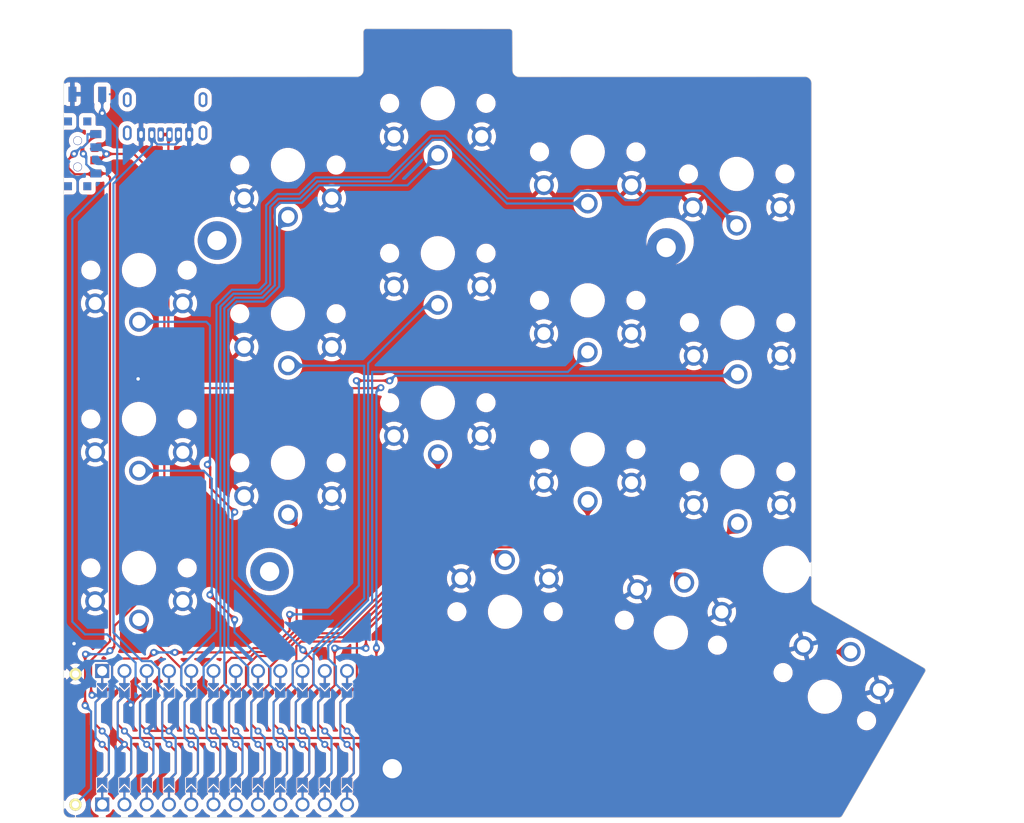
<source format=kicad_pcb>
(kicad_pcb (version 20241229) (generator "pcbnew") (generator_version "9.0")
  (title_block (title "K02") (date "2024-11-26") (rev "0.1") (comment 1 "Based on the Ferris Sweep 2 Half-Swept") (comment 2 "Redesigned by Lu Immich"))
  (layers (0 "F.Cu" signal) (2 "B.Cu" signal) (13 "F.Paste" user) (15 "B.Paste" user) (5 "F.SilkS" user "F.Silkscreen") (7 "B.SilkS" user "B.Silkscreen") (1 "F.Mask" user) (3 "B.Mask" user) (25 "Edge.Cuts" user))
  (net 0 "")
  (net 1 "gnd")
  (net 2 "vcc")
  (net 3 "Switch18")
  (net 4 "reset")
  (net 5 "Switch1")
  (net 6 "Switch2")
  (net 7 "Switch3")
  (net 8 "Switch4")
  (net 9 "Switch5")
  (net 10 "Switch6")
  (net 11 "Switch7")
  (net 12 "Switch8")
  (net 13 "Switch9")
  (net 14 "Switch10")
  (net 15 "Switch11")
  (net 16 "Switch12")
  (net 17 "Switch13")
  (net 18 "Switch14")
  (net 19 "Switch15")
  (net 20 "Switch16")
  (net 21 "Switch17")
  (net 22 "raw")
  (net 23 "BT+_r")
  (net 24 "Net-(SW_POWERR1-Pad1)")
  (footprint "Library:choc_v1_rev_inv_cfx" (layer "F.Cu") (at 31.1 46.08)
    (property "Reference" "SW1" (hide yes))
    (property "Value" "SW_Push" (hide yes))
  )
  (footprint "Library:choc_v1_rev_inv_cfx" (layer "F.Cu") (at 48.1 34.08)
    (property "Reference" "SW2" (hide yes))
    (property "Value" "SW_Push" (hide yes))
  )
  (footprint "Library:choc_v1_rev_inv_cfx" (layer "F.Cu") (at 65.2 27.034)
    (property "Reference" "SW3" (hide yes))
    (property "Value" "SW_Push" (hide yes))
  )
  (footprint "Library:choc_v1_rev_inv_cfx" (layer "F.Cu") (at 82.3 32.58)
    (property "Reference" "SW4" (hide yes))
    (property "Value" "SW_Push" (hide yes))
  )
  (footprint "Library:choc_v1_rev_inv_cfx" (layer "F.Cu") (at 99.3 35.1)
    (property "Reference" "SW5" (hide yes))
    (property "Value" "SW_Push" (hide yes))
  )
  (footprint "Library:choc_v1_rev_inv_cfx" (layer "F.Cu") (at 31.1 63.08)
    (property "Reference" "SW6" (hide yes))
    (property "Value" "SW_Push" (hide yes))
  )
  (footprint "Library:choc_v1_rev_inv_cfx" (layer "F.Cu") (at 48.1 51.054)
    (property "Reference" "SW7" (hide yes))
    (property "Value" "SW_Push" (hide yes))
  )
  (footprint "Library:choc_v1_rev_inv_cfx" (layer "F.Cu") (at 65.2 44.15)
    (property "Reference" "SW8" (hide yes))
    (property "Value" "SW_Push" (hide yes))
  )
  (footprint "Library:choc_v1_rev_inv_cfx" (layer "F.Cu") (at 82.3 49.53)
    (property "Reference" "SW9" (hide yes))
    (property "Value" "SW_Push" (hide yes))
  )
  (footprint "Library:choc_v1_rev_inv_cfx" (layer "F.Cu") (at 99.4 52.07)
    (property "Reference" "SW10" (hide yes))
    (property "Value" "SW_Push" (hide yes))
  )
  (footprint "Library:choc_v1_rev_inv_cfx" (layer "F.Cu") (at 31.1 80.08)
    (property "Reference" "SW11" (hide yes))
    (property "Value" "SW_Push" (hide yes))
  )
  (footprint "Library:choc_v1_rev_inv_cfx" (layer "F.Cu") (at 48.1 68.072)
    (property "Reference" "SW12" (hide yes))
    (property "Value" "SW_Push" (hide yes))
  )
  (footprint "Library:choc_v1_rev_inv_cfx" (layer "F.Cu") (at 65.2 61.214)
    (property "Reference" "SW13" (hide yes))
    (property "Value" "SW_Push" (hide yes))
  )
  (footprint "Library:choc_v1_rev_inv_cfx" (layer "F.Cu") (at 82.3 66.548)
    (property "Reference" "SW14" (hide yes))
    (property "Value" "SW_Push" (hide yes))
  )
  (footprint "Library:choc_v1_rev_inv_cfx" (layer "F.Cu") (at 99.4 69.1)
    (property "Reference" "SW15" (hide yes))
    (property "Value" "SW_Push" (hide yes))
  )
  (footprint "Library:choc_v1_rev_inv_cfx" (layer "F.Cu") (at 109.356 94.78 150)
    (property "Reference" "SW17" (hide yes))
    (property "Value" "SW_Push" (hide yes))
  )
  (footprint "Library:choc_v1_rev_inv_cfx" (layer "F.Cu") (at 91.787408 87.476495 165)
    (property "Reference" "SW16" (hide yes))
    (property "Value" "SW_Push" (hide yes))
  )
  (footprint "kbd:1pin_conn" (layer "F.Cu") (at 23.86 92.202511 90)
    (property "Reference" "B-" (hide yes))
    (property "Value" "MountingHole_Pad" (hide yes))
  )
  (footprint "Kailh:SPDT_C128955" (layer "F.Cu") (at 24.1 32.800001 90)
    (property "Reference" "POWER SW" (hide yes))
    (property "Value" "SW_SPDT")
  )
  (footprint "Library:choc_v1_rev_inv_cfx" (layer "F.Cu") (at 72.868227 85.083859 180)
    (property "Reference" "SW18" (hide yes))
    (property "Value" "SW_Push" (hide yes))
  )
  (footprint "* duckyb-collection:Tactile-Switch_SMT" (layer "F.Cu") (at 25.2 26)
    (property "Reference" "RSW2" (hide yes))
    (property "Value" "SW_Push")
  )
  (footprint "" (layer "F.Cu") (at 91.25 43.5)
    (property "Reference" "")
    (property "Value" "")
  )
  (footprint "clipboard:4e9d550f-c2a6-4572-bdce-c4b7c3a3c082" (layer "F.Cu") (at 58.698 92.396511 180)
    (property "Reference" "")
    (property "Value" "")
  )
  (footprint "* duckyb-collection:ProMicro_jumpers_facedown" (layer "F.Cu") (at 40.87 99.474511)
    (property "Reference" "U1" (hide yes))
    (property "Value" "ProMicro-kbd" (hide yes))
  )
  (footprint "clipboard:4e9d550f-c2a6-4572-bdce-c4b7c3a3c082" (layer "F.Cu") (at 60.798 92.396511 180)
    (property "Reference" "")
    (property "Value" "")
  )
  (footprint "Connector_USB:USB_C_Receptacle_HRO_TYPE-C-31-M-17" (layer "F.Cu") (at 34.079998 27.419999 180)
    (property "Reference" "REF**" (hide yes))
    (property "Value" "USB_C_Receptacle_HRO_TYPE-C-31-M-17" (hide yes))
  )
  (footprint "" (layer "F.Cu") (at 46 80.5)
    (property "Reference" "")
    (property "Value" "")
  )
  (footprint "" (layer "F.Cu") (at 60 103)
    (property "Reference" "")
    (property "Value" "")
  )
  (footprint "kbd:1pin_conn" (layer "F.Cu") (at 23.85 107.102511 90)
    (property "Reference" "B+" (hide yes))
    (property "Value" "MountingHole_Pad" (hide yes))
  )
  (footprint "" (layer "F.Cu") (at 40 42.7)
    (property "Reference" "")
    (property "Value" "")
  )
  (gr_arc (start 111.345813 108.357683) (mid 111.200827 108.511077) (end 111 108.576031) (stroke (width 0.05)) (layer "Edge.Cuts"))
  (gr_line (start 55.957168 24.0003) (end 23.247512 24.014913) (stroke (width 0.05)) (layer "Edge.Cuts"))
  (gr_line (start 22.497512 24.7649) (end 22.49 107.826031) (stroke (width 0.05)) (layer "Edge.Cuts"))
  (gr_line (start 57.062495 18.525413) (end 73.35 18.54) (stroke (width 0.05)) (layer "Edge.Cuts"))
  (gr_arc (start 73.35 18.54) (mid 73.602495 18.644587) (end 73.707082 18.897082) (stroke (width 0.05)) (layer "Edge.Cuts"))
  (gr_line (start 107.833732 24.7509) (end 107.833732 83.641679) (stroke (width 0.05)) (layer "Edge.Cuts"))
  (gr_line (start 111 108.576038) (end 23.239997 108.576031) (stroke (width 0.05)) (layer "Edge.Cuts"))
  (gr_line (start 108.153724 84.257035) (end 120.657084 91.488522) (stroke (width 0.05)) (layer "Edge.Cuts"))
  (gr_arc (start 108.153723 84.257035) (mid 107.918731 83.988457) (end 107.834468 83.641679) (stroke (width 0.05)) (layer "Edge.Cuts"))
  (gr_arc (start 74.474002 24.011975) (mid 73.943672 23.792305) (end 73.724002 23.261975) (stroke (width 0.05)) (layer "Edge.Cuts"))
  (gr_arc (start 56.705413 18.882495) (mid 56.81 18.63) (end 57.062495 18.525413) (stroke (width 0.05)) (layer "Edge.Cuts"))
  (gr_arc (start 23.239997 108.576031) (mid 22.709662 108.356361) (end 22.489997 107.826031) (stroke (width 0.05)) (layer "Edge.Cuts"))
  (gr_arc (start 107.083732 24.000865) (mid 107.614062 24.220535) (end 107.833732 24.750865) (stroke (width 0.05)) (layer "Edge.Cuts"))
  (gr_line (start 56.707168 23.2503) (end 56.705413 18.882495) (stroke (width 0.05)) (layer "Edge.Cuts"))
  (gr_arc (start 56.707168 23.2503) (mid 56.487498 23.78063) (end 55.957168 24.0003) (stroke (width 0.05)) (layer "Edge.Cuts"))
  (gr_line (start 120.819067 91.905969) (end 111.345813 108.357683) (stroke (width 0.05)) (layer "Edge.Cuts"))
  (gr_line (start 107.0837 24.000865) (end 74.474002 24.011974) (stroke (width 0.05)) (layer "Edge.Cuts"))
  (gr_arc (start 22.497512 24.764863) (mid 22.717182 24.234533) (end 23.247512 24.014863) (stroke (width 0.05)) (layer "Edge.Cuts"))
  (gr_line (start 73.724002 23.261975) (end 73.707082 18.893515) (stroke (width 0.05)) (layer "Edge.Cuts"))
  (gr_arc (start 120.66 91.49) (mid 120.819196 91.667569) (end 120.819067 91.906053) (stroke (width 0.05)) (layer "Edge.Cuts"))
  (segment (start 34.52 98.682511) (end 31.98 98.682511) (width 0.25) (layer "F.Cu") (net 1))
  (segment (start 31.2688 94.618511) (end 30.1512 95.736111) (width 0.25) (layer "F.Cu") (net 1))
  (segment (start 31.98 94.618511) (end 31.2688 94.618511) (width 0.25) (layer "F.Cu") (net 1))
  (via (at 31 58.5) (size 0.8) (drill 0.4) (layers "F.Cu" "B.Cu") (net 1))
  (via (at 30.1512 95.736111) (size 0.8) (drill 0.4) (layers "F.Cu" "B.Cu") (net 1))
  (via (at 23.69 88.726511) (size 0.8) (drill 0.4) (layers "F.Cu" "B.Cu") (net 1))
  (segment (start 28.024511 93.203022) (end 28.024511 91.234222) (width 0.25) (layer "B.Cu") (net 1))
  (segment (start 30.1512 95.329711) (end 29.44 94.618511) (width 0.25) (layer "B.Cu") (net 1))
  (segment (start 27.490289 90.7) (end 24.976511 90.7) (width 0.25) (layer "B.Cu") (net 1))
  (segment (start 28.024511 91.234222) (end 27.490289 90.7) (width 0.25) (layer "B.Cu") (net 1))
  (segment (start 29.44 94.618511) (end 28.024511 93.203022) (width 0.25) (layer "B.Cu") (net 1))
  (segment (start 30.1512 95.736111) (end 30.1512 95.329711) (width 0.25) (layer "B.Cu") (net 1))
  (segment (start 24.976511 90.7) (end 23.852 91.824511) (width 0.25) (layer "B.Cu") (net 1))
  (segment (start 32.559998 31.093369) (end 32.559998 30.6) (width 0.25) (layer "F.Cu") (net 2))
  (segment (start 35.6 30.6) (end 35.6 31.093369) (width 0.25) (layer "F.Cu") (net 2))
  (segment (start 28.189 87.46602) (end 28.56149 87.83851) (width 0.25) (layer "B.Cu") (net 2))
  (segment (start 35.274 31.726) (end 33.192629 31.726) (width 0.25) (layer "B.Cu") (net 2))
  (segment (start 28.56149 87.83851) (end 28.189 87.466021) (width 0.25) (layer "B.Cu") (net 2))
  (segment (start 28.189 36.200811) (end 28.189 87.46602) (width 0.25) (layer "B.Cu") (net 2))
  (segment (start 32.559998 31.829813) (end 28.189 36.200811) (width 0.25) (layer "B.Cu") (net 2))
  (segment (start 32.559998 30.6) (end 32.559998 31.829813) (width 0.25) (layer "B.Cu") (net 2))
  (segment (start 33.192629 31.726) (end 32.559998 31.093369) (width 0.25) (layer "B.Cu") (net 2))
  (segment (start 35.6 30.6) (end 35.6 31.4) (width 0.25) (layer "B.Cu") (net 2))
  (segment (start 33.395489 93.494) (end 33.395489 91.626511) (width 0.25) (layer "B.Cu") (net 2))
  (segment (start 32.559998 31.093369) (end 32.559998 30.6) (width 0.25) (layer "B.Cu") (net 2))
  (segment (start 32.489489 90.720511) (end 31.44349 90.720511) (width 0.25) (layer "B.Cu") (net 2))
  (segment (start 34.52 94.618511) (end 33.395489 93.494) (width 0.25) (layer "B.Cu") (net 2))
  (segment (start 35.6 31.4) (end 35.274 31.726) (width 0.25) (layer "B.Cu") (net 2))
  (segment (start 31.44349 90.720511) (end 28.56149 87.83851) (width 0.25) (layer "B.Cu") (net 2))
  (segment (start 33.395489 91.626511) (end 32.489489 90.720511) (width 0.25) (layer "B.Cu") (net 2))
  (segment (start 59.19 93.142511) (end 59.19 98.700511) (width 0.25) (layer "F.Cu") (net 3))
  (segment (start 34.452 30.727999) (end 34.58 30.599999) (width 0.25) (layer "F.Cu") (net 3))
  (segment (start 58.644 59.556) (end 34.456 59.556) (width 0.25) (layer "F.Cu") (net 3))
  (segment (start 58.390511 99.5) (end 30.257489 99.5) (width 0.25) (layer "F.Cu") (net 3))
  (segment (start 58.7 59.5) (end 58.644 59.556) (width 0.25) (layer "F.Cu") (net 3))
  (segment (start 66.822141 78.177859) (end 60.29 84.71) (width 0.25) (layer "F.Cu") (net 3))
  (segment (start 34.456 59.556) (end 34.452 59.552) (width 0.25) (layer "F.Cu") (net 3))
  (segment (start 58.19 92.142511) (end 59.19 93.142511) (width 0.25) (layer "F.Cu") (net 3))
  (segment (start 60.29 92.142511) (end 59.29 93.142511) (width 0.25) (layer "F.Cu") (net 3))
  (segment (start 58.19 89.226511) (end 58.19 91.126511) (width 0.25) (layer "F.Cu") (net 3))
  (segment (start 59.29 93.142511) (end 59.19 93.142511) (width 0.25) (layer "F.Cu") (net 3))
  (segment (start 34.58 30.599999) (end 33.579999 30.6) (width 0.25) (layer "F.Cu") (net 3))
  (segment (start 30.257489 99.5) (end 29.44 98.682511) (width 0.25) (layer "F.Cu") (net 3))
  (segment (start 72.868227 79.183859) (end 71.862227 78.177859) (width 0.25) (layer "F.Cu") (net 3))
  (segment (start 71.862227 78.177859) (end 66.822141 78.177859) (width 0.25) (layer "F.Cu") (net 3))
  (segment (start 34.452 59.552) (end 34.452 30.727999) (width 0.25) (layer "F.Cu") (net 3))
  (segment (start 60.29 84.71) (end 60.29 91.126511) (width 0.25) (layer "F.Cu") (net 3))
  (segment (start 59.19 98.700511) (end 58.390511 99.5) (width 0.25) (layer "F.Cu") (net 3))
  (via (at 58.19 89.226511) (size 0.8) (drill 0.4) (layers "F.Cu" "B.Cu") (net 3))
  (via (at 58.7 59.5) (size 0.8) (drill 0.4) (layers "F.Cu" "B.Cu") (net 3))
  (segment (start 58.19 60.01) (end 58.7 59.5) (width 0.25) (layer "B.Cu") (net 3))
  (segment (start 58.19 89.226511) (end 58.19 60.01) (width 0.25) (layer "B.Cu") (net 3))
  (segment (start 26.9 28.163051) (end 26.9 25.999999) (width 0.25) (layer "F.Cu") (net 4))
  (segment (start 26.900494 28.163545) (end 26.9 28.163051) (width 0.25) (layer "F.Cu") (net 4))
  (via (at 26.900494 28.163545) (size 0.8) (drill 0.4) (layers "F.Cu" "B.Cu") (net 4))
  (segment (start 28.607857 29.857857) (end 28.607857 35.144144) (width 0.25) (layer "B.Cu") (net 4))
  (segment (start 30.71 93.348511) (end 31.98 94.618511) (width 0.25) (layer "B.Cu") (net 4))
  (segment (start 26.913545 28.163545) (end 28.607857 29.857857) (width 0.25) (layer "B.Cu") (net 4))
  (segment (start 26.9 28.163051) (end 26.9 26) (width 0.25) (layer "B.Cu") (net 4))
  (segment (start 26.900494 28.163545) (end 26.913545 28.163545) (width 0.25) (layer "B.Cu") (net 4))
  (segment (start 27.4634 87.663511) (end 30.71 90.910111) (width 0.25) (layer "B.Cu") (net 4))
  (segment (start 24.936511 87.663511) (end 27.4634 87.663511) (width 0.25) (layer "B.Cu") (net 4))
  (segment (start 23.49 40.262001) (end 23.49 86.217) (width 0.25) (layer "B.Cu") (net 4))
  (segment (start 28.607857 35.144144) (end 23.49 40.262001) (width 0.25) (layer "B.Cu") (net 4))
  (segment (start 27.771753 26) (end 27.771752 25.999999) (width 0.25) (layer "B.Cu") (net 4))
  (segment (start 23.49 86.217) (end 24.936511 87.663511) (width 0.25) (layer "B.Cu") (net 4))
  (segment (start 26.900494 28.163545) (end 26.9 28.163051) (width 0.25) (layer "B.Cu") (net 4))
  (segment (start 30.71 90.910111) (end 30.71 93.348511) (width 0.25) (layer "B.Cu") (net 4))
  (segment (start 50.9792 91.046511) (end 50.9792 93.399311) (width 0.25) (layer "F.Cu") (net 5))
  (segment (start 50.9792 93.399311) (end 49.76 94.618511) (width 0.25) (layer "F.Cu") (net 5))
  (segment (start 50.9792 90.625711) (end 49.8 89.446511) (width 0.25) (layer "F.Cu") (net 5))
  (segment (start 39.222 70.897) (end 42.025 73.7) (width 0.25) (layer "F.Cu") (net 5))
  (segment (start 50.9792 91.046511) (end 50.9792 90.625711) (width 0.25) (layer "F.Cu") (net 5))
  (segment (start 39.222 68.597) (end 39.222 70.897) (width 0.25) (layer "F.Cu") (net 5))
  (segment (start 38.9 68.275) (end 39.222 68.597) (width 0.25) (layer "F.Cu") (net 5))
  (via (at 38.9 68.275) (size 0.8) (drill 0.4) (layers "F.Cu" "B.Cu") (net 5))
  (via (at 49.8 89.446511) (size 0.8) (drill 0.4) (layers "F.Cu" "B.Cu") (net 5))
  (via (at 42.025 73.7) (size 0.8) (drill 0.4) (layers "F.Cu" "B.Cu") (net 5))
  (segment (start 41.751 81.314231) (end 41.751 73.974) (width 0.25) (layer "B.Cu") (net 5))
  (segment (start 49.8 89.363231) (end 41.751 81.314231) (width 0.25) (layer "B.Cu") (net 5))
  (segment (start 38.78 51.98) (end 31.1 51.98) (width 0.25) (layer "B.Cu") (net 5))
  (segment (start 39.178 68.275) (end 39.2 68.253) (width 0.25) (layer "B.Cu") (net 5))
  (segment (start 39.2 52.4) (end 38.78 51.98) (width 0.25) (layer "B.Cu") (net 5))
  (segment (start 38.9 68.275) (end 39.178 68.275) (width 0.25) (layer "B.Cu") (net 5))
  (segment (start 41.751 73.974) (end 42.025 73.7) (width 0.25) (layer "B.Cu") (net 5))
  (segment (start 39.2 68.253) (end 39.2 52.4) (width 0.25) (layer "B.Cu") (net 5))
  (segment (start 49.8 89.446511) (end 49.8 89.363231) (width 0.25) (layer "B.Cu") (net 5))
  (segment (start 41.29 50.6289) (end 41.29 89.145711) (width 0.25) (layer "B.Cu") (net 6))
  (segment (start 48.1 39.98) (end 47.1 40.98) (width 0.25) (layer "B.Cu") (net 6))
  (segment (start 43.555489 92.314405) (end 43.555489 93.494) (width 0.25) (layer "B.Cu") (net 6))
  (segment (start 47.1 47.951366) (end 45.375683 49.675683) (width 0.25) (layer "B.Cu") (net 6))
  (segment (start 45.375683 49.675683) (end 42.243217 49.675683) (width 0.25) (layer "B.Cu") (net 6))
  (segment (start 41.29 89.145711) (end 43.554 91.409711) (width 0.25) (layer "B.Cu") (net 6))
  (segment (start 43.555489 93.494) (end 44.68 94.618511) (width 0.25) (layer "B.Cu") (net 6))
  (segment (start 43.554 91.409711) (end 43.554 92.312916) (width 0.25) (layer "B.Cu") (net 6))
  (segment (start 47.1 40.98) (end 47.1 47.951366) (width 0.25) (layer "B.Cu") (net 6))
  (segment (start 43.554 92.312916) (end 43.555489 92.314405) (width 0.25) (layer "B.Cu") (net 6))
  (segment (start 42.243217 49.675683) (end 41.29 50.6289) (width 0.25) (layer "B.Cu") (net 6))
  (segment (start 40.839 93.317511) (end 40.839 50.44209) (width 0.25) (layer "B.Cu") (net 7))
  (segment (start 40.839 50.44209) (end 42.056407 49.224683) (width 0.25) (layer "B.Cu") (net 7))
  (segment (start 42.14 94.618511) (end 40.839 93.317511) (width 0.25) (layer "B.Cu") (net 7))
  (segment (start 46.6 38.96219) (end 47.16219 38.4) (width 0.25) (layer "B.Cu") (net 7))
  (segment (start 42.056407 49.224683) (end 45.188873 49.224683) (width 0.25) (layer "B.Cu") (net 7))
  (segment (start 61.734 36.4) (end 65.2 32.934) (width 0.25) (layer "B.Cu") (net 7))
  (segment (start 46.6 47.813556) (end 46.6 38.96219) (width 0.25) (layer "B.Cu") (net 7))
  (segment (start 51.659745 36.4) (end 61.734 36.4) (width 0.25) (layer "B.Cu") (net 7))
  (segment (start 49.659745 38.4) (end 51.659745 36.4) (width 0.25) (layer "B.Cu") (net 7))
  (segment (start 45.188873 49.224683) (end 46.6 47.813556) (width 0.25) (layer "B.Cu") (net 7))
  (segment (start 47.16219 38.4) (end 49.659745 38.4) (width 0.25) (layer "B.Cu") (net 7))
  (segment (start 51.451 35.949) (end 59.851 35.949) (width 0.25) (layer "B.Cu") (net 8))
  (segment (start 38.474 92.312916) (end 38.474 91.380106) (width 0.25) (layer "B.Cu") (net 8))
  (segment (start 38.475489 93.494) (end 38.475489 92.314405) (width 0.25) (layer "B.Cu") (net 8))
  (segment (start 65.8 31.2) (end 73.08 38.48) (width 0.25) (layer "B.Cu") (net 8))
  (segment (start 40.388 89.466106) (end 40.388 50.25528) (width 0.25) (layer "B.Cu") (net 8))
  (segment (start 64.6 31.2) (end 65.8 31.2) (width 0.25) (layer "B.Cu") (net 8))
  (segment (start 49.472935 37.927065) (end 51.451 35.949) (width 0.25) (layer "B.Cu") (net 8))
  (segment (start 46.06219 47.713556) (end 46.06219 38.86219) (width 0.25) (layer "B.Cu") (net 8))
  (segment (start 46.06219 38.86219) (end 46.997315 37.927065) (width 0.25) (layer "B.Cu") (net 8))
  (segment (start 59.851 35.949) (end 64.6 31.2) (width 0.25) (layer "B.Cu") (net 8))
  (segment (start 40.388 50.25528) (end 41.869597 48.773683) (width 0.25) (layer "B.Cu") (net 8))
  (segment (start 45.002063 48.773683) (end 46.06219 47.713556) (width 0.25) (layer "B.Cu") (net 8))
  (segment (start 46.997315 37.927065) (end 49.472935 37.927065) (width 0.25) (layer "B.Cu") (net 8))
  (segment (start 38.474 91.380106) (end 40.388 89.466106) (width 0.25) (layer "B.Cu") (net 8))
  (segment (start 39.6 94.618511) (end 38.475489 93.494) (width 0.25) (layer "B.Cu") (net 8))
  (segment (start 41.869597 48.773683) (end 45.002063 48.773683) (width 0.25) (layer "B.Cu") (net 8))
  (segment (start 38.475489 92.314405) (end 38.474 92.312916) (width 0.25) (layer "B.Cu") (net 8))
  (segment (start 73.08 38.48) (end 82.3 38.48) (width 0.25) (layer "B.Cu") (net 8))
  (segment (start 46.88657 37.4) (end 49.36219 37.4) (width 0.25) (layer "B.Cu") (net 9))
  (segment (start 39.937 50.06847) (end 41.682787 48.322683) (width 0.25) (layer "B.Cu") (net 9))
  (segment (start 39.858256 87.358256) (end 35.935489 91.281022) (width 0.25) (layer "B.Cu") (net 9))
  (segment (start 45.61119 47.526746) (end 45.61119 38.67538) (width 0.25) (layer "B.Cu") (net 9))
  (segment (start 51.26419 35.498) (end 59.66419 35.498) (width 0.25) (layer "B.Cu") (net 9))
  (segment (start 64.41319 30.749) (end 65.98681 30.749) (width 0.25) (layer "B.Cu") (net 9))
  (segment (start 35.935489 91.358722) (end 35.935489 93.494) (width 0.25) (layer "B.Cu") (net 9))
  (segment (start 35.935489 93.494) (end 37.06 94.618511) (width 0.25) (layer "B.Cu") (net 9))
  (segment (start 85.523 37.023) (end 86.6 38.1) (width 0.25) (layer "B.Cu") (net 9))
  (segment (start 45.61119 38.67538) (end 46.88657 37.4) (width 0.25) (layer "B.Cu") (net 9))
  (segment (start 59.66419 35.498) (end 64.41319 30.749) (width 0.25) (layer "B.Cu") (net 9))
  (segment (start 86.6 38.1) (end 88 38.1) (width 0.25) (layer "B.Cu") (net 9))
  (segment (start 95.3 37) (end 99.3 41) (width 0.25) (layer "B.Cu") (net 9))
  (segment (start 81.477 37.023) (end 85.523 37.023) (width 0.25) (layer "B.Cu") (net 9))
  (segment (start 39.937 87.279512) (end 39.937 50.06847) (width 0.25) (layer "B.Cu") (net 9))
  (segment (start 73.118905 37.881095) (end 80.618905 37.881095) (width 0.25) (layer "B.Cu") (net 9))
  (segment (start 80.618905 37.881095) (end 81.477 37.023) (width 0.25) (layer "B.Cu") (net 9))
  (segment (start 49.36219 37.4) (end 51.26419 35.498) (width 0.25) (layer "B.Cu") (net 9))
  (segment (start 44.815253 48.322683) (end 45.61119 47.526746) (width 0.25) (layer "B.Cu") (net 9))
  (segment (start 89.1 37) (end 95.3 37) (width 0.25) (layer "B.Cu") (net 9))
  (segment (start 35.9424 91.351811) (end 35.935489 91.358722) (width 0.25) (layer "B.Cu") (net 9))
  (segment (start 35.935489 91.281022) (end 35.935489 93.494) (width 0.25) (layer "B.Cu") (net 9))
  (segment (start 39.937 87.279511) (end 39.858256 87.358256) (width 0.25) (layer "B.Cu") (net 9))
  (segment (start 39.858256 87.358256) (end 39.937 87.279512) (width 0.25) (layer "B.Cu") (net 9))
  (segment (start 88 38.1) (end 89.1 37) (width 0.25) (layer "B.Cu") (net 9))
  (segment (start 41.682787 48.322683) (end 44.815253 48.322683) (width 0.25) (layer "B.Cu") (net 9))
  (segment (start 65.98681 30.749) (end 73.118905 37.881095) (width 0.25) (layer "B.Cu") (net 9))
  (segment (start 42.015 85.98) (end 39.19 83.155) (width 0.25) (layer "F.Cu") (net 10))
  (via (at 39.19 83.155) (size 0.8) (drill 0.4) (layers "F.Cu" "B.Cu") (net 10))
  (via (at 42.015 85.98) (size 0.8) (drill 0.4) (layers "F.Cu" "B.Cu") (net 10))
  (segment (start 39.19 83.155) (end 39.4 82.945) (width 0.25) (layer "B.Cu") (net 10))
  (segment (start 41.99549 85.98) (end 41.99 85.98) (width 0.25) (layer "B.Cu") (net 10))
  (segment (start 41.99549 87.426511) (end 41.99549 85.99951) (width 0.25) (layer "B.Cu") (net 10))
  (segment (start 47.22 94.618511) (end 46.095489 93.494) (width 0.25) (layer "B.Cu") (net 10))
  (segment (start 39.4 82.945) (end 39.4 69.9) (width 0.25) (layer "B.Cu") (net 10))
  (segment (start 39.4 69.9) (end 38.48 68.98) (width 0.25) (layer "B.Cu") (net 10))
  (segment (start 38.48 68.98) (end 31.1 68.98) (width 0.25) (layer "B.Cu") (net 10))
  (segment (start 46.095489 91.526511) (end 41.99549 87.426511) (width 0.25) (layer "B.Cu") (net 10))
  (segment (start 41.99549 85.99951) (end 42.015 85.98) (width 0.25) (layer "B.Cu") (net 10))
  (segment (start 46.095489 93.494) (end 46.095489 91.526511) (width 0.25) (layer "B.Cu") (net 10))
  (segment (start 48.635489 92.314405) (end 48.635489 93.494) (width 0.25) (layer "B.Cu") (net 11))
  (segment (start 48.634 91.082511) (end 48.634 92.312916) (width 0.25) (layer "B.Cu") (net 11))
  (segment (start 48.634 92.312916) (end 48.635489 92.314405) (width 0.25) (layer "B.Cu") (net 11))
  (segment (start 48.996 90.720511) (end 48.634 91.082511) (width 0.25) (layer "B.Cu") (net 11))
  (segment (start 49.64366 90.720511) (end 48.996 90.720511) (width 0.25) (layer "B.Cu") (net 11))
  (segment (start 56.791735 83.572436) (end 49.64366 90.720511) (width 0.25) (layer "B.Cu") (net 11))
  (segment (start 48.1 56.954) (end 48.146 57) (width 0.25) (layer "B.Cu") (net 11))
  (segment (start 48.146 57) (end 56.791735 57) (width 0.25) (layer "B.Cu") (net 11))
  (segment (start 48.635489 93.494) (end 49.76 94.618511) (width 0.25) (layer "B.Cu") (net 11))
  (segment (start 56.791735 57) (end 56.791735 83.572436) (width 0.25) (layer "B.Cu") (net 11))
  (segment (start 52.3 94.618511) (end 51.03 93.348511) (width 0.25) (layer "B.Cu") (net 12))
  (segment (start 63.914488 50.05) (end 65.2 50.05) (width 0.25) (layer "B.Cu") (net 12))
  (segment (start 51.03 93.348511) (end 51.03 89.971981) (width 0.25) (layer "B.Cu") (net 12))
  (segment (start 57.242735 83.759246) (end 57.242735 56.721753) (width 0.25) (layer "B.Cu") (net 12))
  (segment (start 51.03 89.971981) (end 57.242735 83.759246) (width 0.25) (layer "B.Cu") (net 12))
  (segment (start 57.242735 56.721753) (end 63.914488 50.05) (width 0.25) (layer "B.Cu") (net 12))
  (segment (start 82.3 55.43) (end 80.03 57.7) (width 0.25) (layer "B.Cu") (net 13))
  (segment (start 57.7 83.939791) (end 52.69 88.949791) (width 0.25) (layer "B.Cu") (net 13))
  (segment (start 52.69 88.949791) (end 52.69 90.436511) (width 0.25) (layer "B.Cu") (net 13))
  (segment (start 53.57 91.316511) (end 53.57 93.348511) (width 0.25) (layer "B.Cu") (net 13))
  (segment (start 57.7 57.7) (end 57.7 83.939791) (width 0.25) (layer "B.Cu") (net 13))
  (segment (start 80.03 57.7) (end 57.7 57.7) (width 0.25) (layer "B.Cu") (net 13))
  (segment (start 52.69 90.436511) (end 53.57 91.316511) (width 0.25) (layer "B.Cu") (net 13))
  (segment (start 53.57 93.348511) (end 54.84 94.618511) (width 0.25) (layer "B.Cu") (net 13))
  (segment (start 35.19 89.726511) (end 43.67358 89.726511) (width 0.25) (layer "F.Cu") (net 14))
  (segment (start 28.024511 93.494) (end 26.9 94.618511) (width 0.25) (layer "F.Cu") (net 14))
  (segment (start 28.69 90.426511) (end 32.09 90.426511) (width 0.25) (layer "F.Cu") (net 14))
  (segment (start 55.9 58.7) (end 59.7 58.7) (width 0.25) (layer "F.Cu") (net 14))
  (segment (start 28.024511 91.092) (end 28.024511 93.494) (width 0.25) (layer "F.Cu") (net 14))
  (segment (start 32.09 90.426511) (end 32.79 89.726511) (width 0.25) (layer "F.Cu") (net 14))
  (segment (start 44.1647 89.235391) (end 46.28196 89.235391) (width 0.25) (layer "F.Cu") (net 14))
  (segment (start 28.69 90.426511) (end 28.024511 91.092) (width 0.25) (layer "F.Cu") (net 14))
  (segment (start 43.67358 89.726511) (end 44.1647 89.235391) (width 0.25) (layer "F.Cu") (net 14))
  (segment (start 48.29 87.227351) (end 48.29 85.38) (width 0.25) (layer "F.Cu") (net 14))
  (segment (start 46.28196 89.235391) (end 48.29 87.227351) (width 0.25) (layer "F.Cu") (net 14))
  (via (at 35.19 89.726511) (size 0.8) (drill 0.4) (layers "F.Cu" "B.Cu") (net 14))
  (via (at 59.7 58.725) (size 0.8) (drill 0.4) (layers "F.Cu" "B.Cu") (net 14))
  (via (at 32.79 89.726511) (size 0.8) (drill 0.4) (layers "F.Cu" "B.Cu") (net 14))
  (via (at 48.29 85.38) (size 0.8) (drill 0.4) (layers "F.Cu" "B.Cu") (net 14))
  (via (at 55.9 58.7) (size 0.8) (drill 0.4) (layers "F.Cu" "B.Cu") (net 14))
  (segment (start 60.274 58.151) (end 99.219 58.151) (width 0.25) (layer "B.Cu") (net 14))
  (segment (start 48.29 85.38) (end 52.89985 85.38) (width 0.25) (layer "B.Cu") (net 14))
  (segment (start 35.19 89.726511) (end 32.79 89.726511) (width 0.25) (layer "B.Cu") (net 14))
  (segment (start 56.19 82.08985) (end 56.19 58.99) (width 0.25) (layer "B.Cu") (net 14))
  (segment (start 56.2 59) (end 55.9 58.7) (width 0.25) (layer "B.Cu") (net 14))
  (segment (start 99.219 58.151) (end 99.4 57.97) (width 0.25) (layer "B.Cu") (net 14))
  (segment (start 52.89985 85.38) (end 56.19 82.08985) (width 0.25) (layer "B.Cu") (net 14))
  (segment (start 56.19 58.99) (end 55.9 58.7) (width 0.25) (layer "B.Cu") (net 14))
  (segment (start 59.7 58.725) (end 60.274 58.151) (width 0.25) (layer "B.Cu") (net 14))
  (segment (start 35.934 91.551036) (end 35.934 93.514511) (width 0.25) (layer "F.Cu") (net 15))
  (segment (start 31.09 86.86) (end 31.115262 86.885262) (width 0.25) (layer "F.Cu") (net 15))
  (segment (start 31.1 86.717036) (end 32.841482 88.458518) (width 0.25) (layer "F.Cu") (net 15))
  (segment (start 32.714737 88.331774) (end 32.841482 88.458518) (width 0.25) (layer "F.Cu") (net 15))
  (segment (start 31.1 85.98) (end 31.1 86.717036) (width 0.25) (layer "F.Cu") (net 15))
  (segment (start 35.934 93.514511) (end 37.06 94.640511) (width 0.25) (layer "F.Cu") (net 15))
  (segment (start 32.841482 88.458518) (end 35.934 91.551036) (width 0.25) (layer "F.Cu") (net 15))
  (segment (start 41.015489 90.967822) (end 41.632 90.351311) (width 0.25) (layer "F.Cu") (net 16))
  (segment (start 49.09 74.962) (end 48.1 73.972) (width 0.25) (layer "F.Cu") (net 16))
  (segment (start 48.62758 87.52758) (end 49.09 87.06516) (width 0.25) (layer "F.Cu") (net 16))
  (segment (start 44.35151 89.686391) (end 46.46877 89.686391) (width 0.25) (layer "F.Cu") (net 16))
  (segment (start 46.46877 89.686391) (end 48.62758 87.52758) (width 0.25) (layer "F.Cu") (net 16))
  (segment (start 39.6 94.618511) (end 41.015489 93.203022) (width 0.25) (layer "F.Cu") (net 16))
  (segment (start 41.015489 93.203022) (end 41.015489 90.967822) (width 0.25) (layer "F.Cu") (net 16))
  (segment (start 41.632 90.351311) (end 43.68659 90.351311) (width 0.25) (layer "F.Cu") (net 16))
  (segment (start 43.68659 90.351311) (end 44.35151 89.686391) (width 0.25) (layer "F.Cu") (net 16))
  (segment (start 49.09 87.06516) (end 49.09 74.962) (width 0.25) (layer "F.Cu") (net 16))
  (segment (start 49.248457 87.544513) (end 49.248457 87.544515) (width 0.25) (layer "F.Cu") (net 17))
  (segment (start 46.65558 90.137391) (end 44.53832 90.137391) (width 0.25) (layer "F.Cu") (net 17))
  (segment (start 44.53832 90.137391) (end 43.3084 91.367311) (width 0.25) (layer "F.Cu") (net 17))
  (segment (start 54.179867 87.544513) (end 49.248457 87.544513) (width 0.25) (layer "F.Cu") (net 17))
  (segment (start 49.248457 87.544515) (end 46.65558 90.137391) (width 0.25) (layer "F.Cu") (net 17))
  (segment (start 43.3084 93.450111) (end 42.14 94.618511) (width 0.25) (layer "F.Cu") (net 17))
  (segment (start 43.3084 91.367311) (end 43.3084 93.450111) (width 0.25) (layer "F.Cu") (net 17))
  (segment (start 65.2 76.52438) (end 54.179867 87.544513) (width 0.25) (layer "F.Cu") (net 17))
  (segment (start 65.2 67.114) (end 65.2 76.52438) (width 0.25) (layer "F.Cu") (net 17))
  (segment (start 82.3 72.448) (end 82.3 75.1) (width 0.25) (layer "F.Cu") (net 18))
  (segment (start 45.95 93.348511) (end 44.68 94.618511) (width 0.25) (layer "F.Cu") (net 18))
  (segment (start 49.16539 88.26539) (end 45.95 91.480781) (width 0.25) (layer "F.Cu") (net 18))
  (segment (start 65.988331 76.373859) (end 54.366677 87.995513) (width 0.25) (layer "F.Cu") (net 18))
  (segment (start 49.43527 87.995511) (end 49.16539 88.26539) (width 0.25) (layer "F.Cu") (net 18))
  (segment (start 49.435267 87.995513) (end 49.16539 88.26539) (width 0.25) (layer "F.Cu") (net 18))
  (segment (start 45.95 91.480781) (end 45.95 93.348511) (width 0.25) (layer "F.Cu") (net 18))
  (segment (start 81.026141 76.373859) (end 65.988331 76.373859) (width 0.25) (layer "F.Cu") (net 18))
  (segment (start 54.366677 87.995513) (end 49.435267 87.995513) (width 0.25) (layer "F.Cu") (net 18))
  (segment (start 82.3 75.1) (end 81.026141 76.373859) (width 0.25) (layer "F.Cu") (net 18))
  (segment (start 49.0488 90.699161) (end 48.635489 91.112472) (width 0.25) (layer "F.Cu") (net 19))
  (segment (start 66.175141 76.824859) (end 54.515705 88.484295) (width 0.25) (layer "F.Cu") (net 19))
  (segment (start 48.635489 91.112472) (end 48.635489 93.203022) (width 0.25) (layer "F.Cu") (net 19))
  (segment (start 49.0488 89.019791) (end 49.0488 90.699161) (width 0.25) (layer "F.Cu") (net 19))
  (segment (start 54.515705 88.484295) (end 49.584295 88.484295) (width 0.25) (layer "F.Cu") (net 19))
  (segment (start 99.4 75) (end 97.575141 76.824859) (width 0.25) (layer "F.Cu") (net 19))
  (segment (start 48.635489 93.203022) (end 47.22 94.618511) (width 0.25) (layer "F.Cu") (net 19))
  (segment (start 97.575141 76.824859) (end 66.175141 76.824859) (width 0.25) (layer "F.Cu") (net 19))
  (segment (start 49.584295 88.484295) (end 49.0488 89.019791) (width 0.25) (layer "F.Cu") (net 19))
  (segment (start 89.368453 77.831547) (end 93.31444 81.777533) (width 0.25) (layer "F.Cu") (net 20))
  (segment (start 66.635331 77.726859) (end 57.002532 87.359658) (width 0.25) (layer "F.Cu") (net 20))
  (segment (start 89.263765 77.726859) (end 66.635331 77.726859) (width 0.25) (layer "F.Cu") (net 20))
  (segment (start 53.424511 93.494) (end 52.3 94.618511) (width 0.25) (layer "F.Cu") (net 20))
  (segment (start 89.263766 77.726859) (end 89.368453 77.831547) (width 0.25) (layer "F.Cu") (net 20))
  (segment (start 57.002532 87.359658) (end 57.002532 89.260315) (width 0.25) (layer "F.Cu") (net 20))
  (segment (start 53.424511 93.494) (end 53.424511 89.242) (width 0.25) (layer "F.Cu") (net 20))
  (segment (start 89.368453 77.831547) (end 89.263765 77.726859) (width 0.25) (layer "F.Cu") (net 20))
  (segment (start 53.424511 89.242) (end 53.43 89.236511) (width 0.25) (layer "F.Cu") (net 20))
  (via (at 57.002532 89.260315) (size 0.8) (drill 0.4) (layers "F.Cu" "B.Cu") (net 20))
  (via (at 53.43 89.236511) (size 0.8) (drill 0.4) (layers "F.Cu" "B.Cu") (net 20))
  (segment (start 57.002532 89.260315) (end 56.978728 89.236511) (width 0.25) (layer "B.Cu") (net 20))
  (segment (start 56.978728 89.236511) (end 53.43 89.236511) (width 0.25) (layer "B.Cu") (net 20))
  (segment (start 112.306 89.67045) (end 110.17045 89.67045) (width 0.25) (layer "F.Cu") (net 21))
  (segment (start 97.775859 77.275859) (end 66.448521 77.275859) (width 0.25) (layer "F.Cu") (net 21))
  (segment (start 66.448521 77.275859) (end 55.964511 87.759869) (width 0.25) (layer "F.Cu") (net 21))
  (segment (start 110.17045 89.67045) (end 97.775859 77.275859) (width 0.25) (layer "F.Cu") (net 21))
  (segment (start 55.964511 87.759869) (end 55.964511 93.494) (width 0.25) (layer "F.Cu") (net 21))
  (segment (start 55.964511 93.494) (end 54.84 94.618511) (width 0.25) (layer "F.Cu") (net 21))
  (segment (start 27.79 35.49) (end 27.350001 35.050001) (width 0.25) (layer "F.Cu") (net 22))
  (segment (start 26.099 35.126001) (end 23.757859 35.126001) (width 0.25) (layer "F.Cu") (net 22))
  (segment (start 25.63 90.626511) (end 25.63 94.516911) (width 0.25) (layer "F.Cu") (net 22))
  (segment (start 23.050001 33.45) (end 23.05 34.418142) (width 0.25) (layer "F.Cu") (net 22))
  (segment (start 27.79 35.49) (end 27.79 88.466511) (width 0.25) (layer "F.Cu") (net 22))
  (segment (start 27.350001 35.050001) (end 26.175 35.050001) (width 0.25) (layer "F.Cu") (net 22))
  (segment (start 23.7 32.8) (end 23.050001 33.45) (width 0.25) (layer "F.Cu") (net 22))
  (segment (start 27.79 88.466511) (end 25.63 90.626511) (width 0.25) (layer "F.Cu") (net 22))
  (segment (start 25.63 94.516911) (end 25.7316 94.618511) (width 0.25) (layer "F.Cu") (net 22))
  (segment (start 26.175 35.050001) (end 26.099 35.126001) (width 0.25) (layer "F.Cu") (net 22))
  (segment (start 23.05 34.418142) (end 23.757859 35.126001) (width 0.25) (layer "F.Cu") (net 22))
  (via (at 23.7 32.8) (size 0.8) (drill 0.4) (layers "F.Cu" "B.Cu") (net 22))
  (via (at 25.7316 94.618511) (size 0.8) (drill 0.4) (layers "F.Cu" "B.Cu") (net 22))
  (segment (start 23.7 32.8) (end 23.700001 32.800001) (width 0.25) (layer "B.Cu") (net 22))
  (segment (start 23.724695 32.800001) (end 24.449695 32.074999) (width 0.25) (layer "B.Cu") (net 22))
  (segment (start 24.449695 32.074999) (end 24.685001 32.075) (width 0.25) (layer "B.Cu") (net 22))
  (segment (start 25.7316 94.618511) (end 26.9 94.618511) (width 0.25) (layer "B.Cu") (net 22))
  (segment (start 25.224999 30.568194) (end 26.194556 30.568193) (width 0.25) (layer "B.Cu") (net 22))
  (segment (start 23.700001 32.800001) (end 23.724695 32.800001) (width 0.25) (layer "B.Cu") (net 22))
  (segment (start 25.224998 31.535) (end 25.224999 30.568194) (width 0.25) (layer "B.Cu") (net 22))
  (segment (start 24.685001 32.075) (end 25.224998 31.535) (width 0.25) (layer "B.Cu") (net 22))
  (segment (start 28.29 86.710669) (end 28.550335 86.450335) (width 0.25) (layer "F.Cu") (net 23))
  (segment (start 33.991 36.290999) (end 30.514693 32.814692) (width 0.25) (layer "F.Cu") (net 23))
  (segment (start 24.950415 95.786911) (end 24.950415 89.966096) (width 0.25) (layer "F.Cu") (net 23))
  (segment (start 33.991 81.009669) (end 33.991 36.290999) (width 0.25) (layer "F.Cu") (net 23))
  (segment (start 28.550335 86.450335) (end 33.991 81.009669) (width 0.25) (layer "F.Cu") (net 23))
  (segment (start 28.29 89.026511) (end 28.29 86.71067) (width 0.25) (layer "F.Cu") (net 23))
  (segment (start 30.514693 32.814692) (end 27.381857 32.814692) (width 0.25) (layer "F.Cu") (net 23))
  (segment (start 24.950415 89.966096) (end 24.99 89.926511) (width 0.25) (layer "F.Cu") (net 23))
  (segment (start 27.79 89.526511) (end 28.29 89.026511) (width 0.25) (layer "F.Cu") (net 23))
  (segment (start 26.64655 33.550001) (end 27.381857 32.814692) (width 0.25) (layer "F.Cu") (net 23))
  (segment (start 28.29 86.71067) (end 28.550335 86.450335) (width 0.25) (layer "F.Cu") (net 23))
  (via (at 24.99 89.926511) (size 0.8) (drill 0.4) (layers "F.Cu" "B.Cu") (net 23))
  (via (at 27.79 89.526511) (size 0.8) (drill 0.4) (layers "F.Cu" "B.Cu") (net 23))
  (via (at 24.950415 95.786911) (size 0.8) (drill 0.4) (layers "F.Cu" "B.Cu") (net 23))
  (via (at 27.381857 32.814692) (size 0.8) (drill 0.4) (layers "F.Cu" "B.Cu") (net 23))
  (segment (start 27.79 89.526511) (end 27.39 89.926511) (width 0.25) (layer "B.Cu") (net 23))
  (segment (start 26.635299 32.068136) (end 26.181464 32.068137) (width 0.25) (layer "B.Cu") (net 23))
  (segment (start 27.381857 32.814692) (end 26.635299 32.068136) (width 0.25) (layer "B.Cu") (net 23))
  (segment (start 27.39 89.926511) (end 24.99 89.926511) (width 0.25) (layer "B.Cu") (net 23))
  (segment (start 25.63 96.466496) (end 25.63 105.286511) (width 0.25) (layer "B.Cu") (net 23))
  (segment (start 24.950415 95.786911) (end 25.63 96.466496) (width 0.25) (layer "B.Cu") (net 23))
  (segment (start 25.63 105.286511) (end 23.852 107.064511) (width 0.25) (layer "B.Cu") (net 23))
  (segment (start 24.75 32.799998) (end 24.75 32.012749) (width 0.25) (layer "F.Cu") (net 24))
  (segment (start 24.750001 32.799999) (end 24.75 32.799998) (width 0.25) (layer "F.Cu") (net 24))
  (segment (start 24.75 32.012749) (end 26.194556 30.568193) (width 0.25) (layer "F.Cu") (net 24))
  (via (at 24.750001 32.799999) (size 0.8) (drill 0.4) (layers "F.Cu" "B.Cu") (net 24))
  (segment (start 25.087501 34.000234) (end 26.155288 35.06802) (width 0.25) (layer "B.Cu") (net 24))
  (segment (start 25.087501 33.1375) (end 25.087501 34.000234) (width 0.25) (layer "B.Cu") (net 24))
  (segment (start 24.750001 32.799999) (end 25.087501 33.1375) (width 0.25) (layer "B.Cu") (net 24))
  (zone (net 1) (net_name "gnd") (layers "F.Cu" "B.Cu") (connect_pads (clearance 0.508)) (min_thickness 0.254) (fill yes (thermal_gap 0.508) (thermal_bridge_width 0.508) (island_removal_mode 1) (island_area_min 0))
    (polygon (pts (xy 15.24 15.24) (xy 132.08 15.24) (xy 132.08 109.22) (xy 15.24 109.22)))
  )
)
</source>
